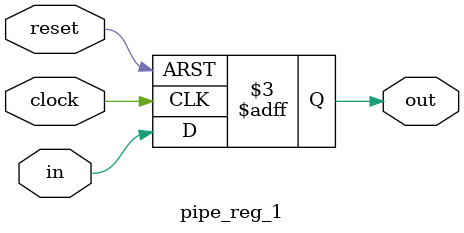
<source format=v>
module pipe_reg_1(
	   input in,
       input clock,
	   input reset,
	   //input op,
	   output reg out
 );
 
	always @(posedge clock,negedge reset) 
	begin
    if(!reset)
	   out <= 0;
	else 
	   out <= in;
	end
endmodule 
</source>
